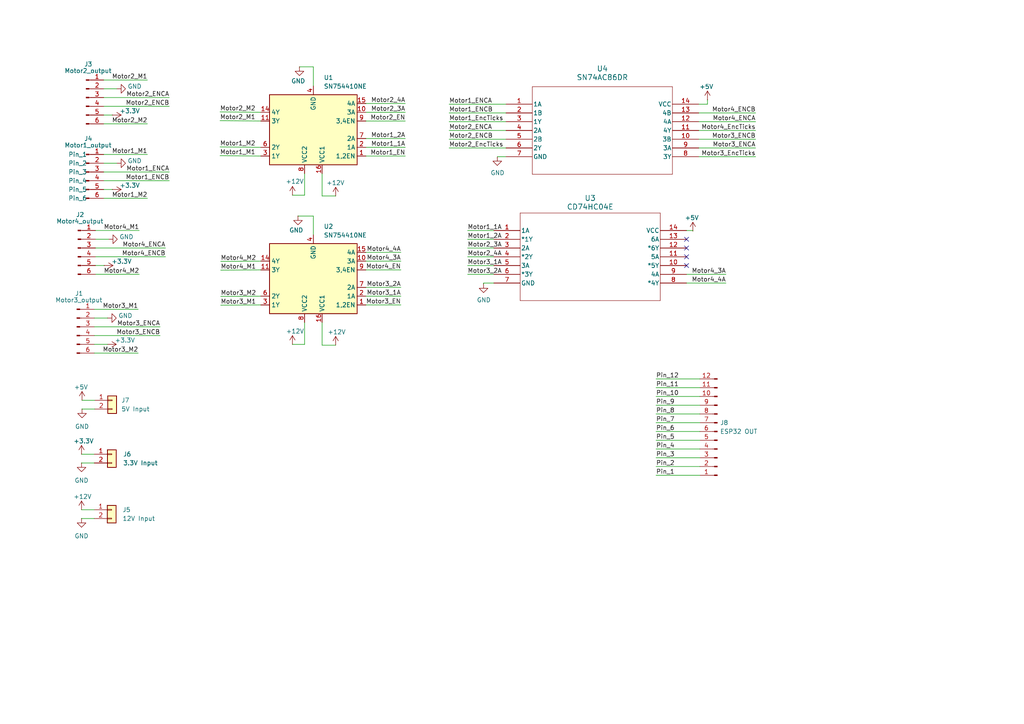
<source format=kicad_sch>
(kicad_sch (version 20231120) (generator "eeschema") (generator_version "8.0")
  (paper "A4")
  (lib_symbols
    (symbol "CD74HC04E:CD74HC04E" (pin_names (offset 0.254))
      (property "Reference" "U" (at 27.94 10.16 0))
      (property "Value" "CD74HC04E" (at 27.94 7.62 0))
      (symbol "CD74HC04E_1_1"
        (polyline (pts (xy 7.62 -20.32) (xy 48.26 -20.32)) (stroke (width 0.127)))
        (polyline (pts (xy 7.62 5.08) (xy 7.62 -20.32)) (stroke (width 0.127)))
        (polyline (pts (xy 48.26 -20.32) (xy 48.26 5.08)) (stroke (width 0.127)))
        (polyline (pts (xy 48.26 5.08) (xy 7.62 5.08)) (stroke (width 0.127)))
        (pin input line (at 0 0 0) (length 7.62) (name "1A") (number "1"))
        (pin output line (at 55.88 -10.16 180) (length 7.62) (name "*5Y") (number "10"))
        (pin input line (at 55.88 -7.62 180) (length 7.62) (name "5A") (number "11"))
        (pin output line (at 55.88 -5.08 180) (length 7.62) (name "*6Y") (number "12"))
        (pin input line (at 55.88 -2.54 180) (length 7.62) (name "6A") (number "13"))
        (pin power_in line (at 55.88 0 180) (length 7.62) (name "VCC") (number "14"))
        (pin output line (at 0 -2.54 0) (length 7.62) (name "*1Y") (number "2"))
        (pin input line (at 0 -5.08 0) (length 7.62) (name "2A") (number "3"))
        (pin output line (at 0 -7.62 0) (length 7.62) (name "*2Y") (number "4"))
        (pin input line (at 0 -10.16 0) (length 7.62) (name "3A") (number "5"))
        (pin output line (at 0 -12.7 0) (length 7.62) (name "*3Y") (number "6"))
        (pin power_in line (at 0 -15.24 0) (length 7.62) (name "GND") (number "7"))
        (pin output line (at 55.88 -15.24 180) (length 7.62) (name "*4Y") (number "8"))
        (pin input line (at 55.88 -12.7 180) (length 7.62) (name "4A") (number "9"))
      )
    )
    (symbol "Conn_01x06_Pin_1" (pin_names (offset 1.016))
      (property "Reference" "J" (at 0 7.62 0))
      (property "Value" "Conn_01x06_Pin" (at 0 -10.16 0))
      (symbol "Conn_01x06_Pin_1_1_1"
        (polyline (pts (xy 1.27 -7.62) (xy 0.8636 -7.62)) (stroke (width 0.1524)))
        (polyline (pts (xy 1.27 -5.08) (xy 0.8636 -5.08)) (stroke (width 0.1524)))
        (polyline (pts (xy 1.27 -2.54) (xy 0.8636 -2.54)) (stroke (width 0.1524)))
        (polyline (pts (xy 1.27 0) (xy 0.8636 0)) (stroke (width 0.1524)))
        (polyline (pts (xy 1.27 2.54) (xy 0.8636 2.54)) (stroke (width 0.1524)))
        (polyline (pts (xy 1.27 5.08) (xy 0.8636 5.08)) (stroke (width 0.1524)))
        (rectangle (start 0.8636 -7.493) (end 0 -7.747) (stroke (width 0.1524)) (fill (type outline)))
        (rectangle (start 0.8636 -4.953) (end 0 -5.207) (stroke (width 0.1524)) (fill (type outline)))
        (rectangle (start 0.8636 -2.413) (end 0 -2.667) (stroke (width 0.1524)) (fill (type outline)))
        (rectangle (start 0.8636 0.127) (end 0 -0.127) (stroke (width 0.1524)) (fill (type outline)))
        (rectangle (start 0.8636 2.667) (end 0 2.413) (stroke (width 0.1524)) (fill (type outline)))
        (rectangle (start 0.8636 5.207) (end 0 4.953) (stroke (width 0.1524)) (fill (type outline)))
        (pin passive line (at 5.08 5.08 180) (length 3.81) (name "Pin_1") (number "1"))
        (pin passive line (at 5.08 2.54 180) (length 3.81) (name "Pin_2") (number "2"))
        (pin passive line (at 5.08 0 180) (length 3.81) (name "Pin_3") (number "3"))
        (pin passive line (at 5.08 -2.54 180) (length 3.81) (name "Pin_4") (number "4"))
        (pin passive line (at 5.08 -5.08 180) (length 3.81) (name "Pin_5") (number "5"))
        (pin passive line (at 5.08 -7.62 180) (length 3.81) (name "Pin_6") (number "6"))
      )
    )
    (symbol "Connector:Conn_01x06_Pin" (pin_names (offset 1.016) hide)
      (property "Reference" "J" (at 0 7.62 0))
      (property "Value" "Conn_01x06_Pin" (at 0 -10.16 0))
      (symbol "Conn_01x06_Pin_1_1"
        (polyline (pts (xy 1.27 -7.62) (xy 0.8636 -7.62)) (stroke (width 0.1524)))
        (polyline (pts (xy 1.27 -5.08) (xy 0.8636 -5.08)) (stroke (width 0.1524)))
        (polyline (pts (xy 1.27 -2.54) (xy 0.8636 -2.54)) (stroke (width 0.1524)))
        (polyline (pts (xy 1.27 0) (xy 0.8636 0)) (stroke (width 0.1524)))
        (polyline (pts (xy 1.27 2.54) (xy 0.8636 2.54)) (stroke (width 0.1524)))
        (polyline (pts (xy 1.27 5.08) (xy 0.8636 5.08)) (stroke (width 0.1524)))
        (rectangle (start 0.8636 -7.493) (end 0 -7.747) (stroke (width 0.1524)) (fill (type outline)))
        (rectangle (start 0.8636 -4.953) (end 0 -5.207) (stroke (width 0.1524)) (fill (type outline)))
        (rectangle (start 0.8636 -2.413) (end 0 -2.667) (stroke (width 0.1524)) (fill (type outline)))
        (rectangle (start 0.8636 0.127) (end 0 -0.127) (stroke (width 0.1524)) (fill (type outline)))
        (rectangle (start 0.8636 2.667) (end 0 2.413) (stroke (width 0.1524)) (fill (type outline)))
        (rectangle (start 0.8636 5.207) (end 0 4.953) (stroke (width 0.1524)) (fill (type outline)))
        (pin passive line (at 5.08 5.08 180) (length 3.81) (name "Pin_1") (number "1"))
        (pin passive line (at 5.08 2.54 180) (length 3.81) (name "Pin_2") (number "2"))
        (pin passive line (at 5.08 0 180) (length 3.81) (name "Pin_3") (number "3"))
        (pin passive line (at 5.08 -2.54 180) (length 3.81) (name "Pin_4") (number "4"))
        (pin passive line (at 5.08 -5.08 180) (length 3.81) (name "Pin_5") (number "5"))
        (pin passive line (at 5.08 -7.62 180) (length 3.81) (name "Pin_6") (number "6"))
      )
    )
    (symbol "Connector:Conn_01x12_Pin" (pin_names (offset 1.016) hide)
      (property "Reference" "J" (at 0 15.24 0))
      (property "Value" "Conn_01x12_Pin" (at 0 -17.78 0))
      (symbol "Conn_01x12_Pin_1_1"
        (polyline (pts (xy 1.27 -15.24) (xy 0.8636 -15.24)) (stroke (width 0.1524)))
        (polyline (pts (xy 1.27 -12.7) (xy 0.8636 -12.7)) (stroke (width 0.1524)))
        (polyline (pts (xy 1.27 -10.16) (xy 0.8636 -10.16)) (stroke (width 0.1524)))
        (polyline (pts (xy 1.27 -7.62) (xy 0.8636 -7.62)) (stroke (width 0.1524)))
        (polyline (pts (xy 1.27 -5.08) (xy 0.8636 -5.08)) (stroke (width 0.1524)))
        (polyline (pts (xy 1.27 -2.54) (xy 0.8636 -2.54)) (stroke (width 0.1524)))
        (polyline (pts (xy 1.27 0) (xy 0.8636 0)) (stroke (width 0.1524)))
        (polyline (pts (xy 1.27 2.54) (xy 0.8636 2.54)) (stroke (width 0.1524)))
        (polyline (pts (xy 1.27 5.08) (xy 0.8636 5.08)) (stroke (width 0.1524)))
        (polyline (pts (xy 1.27 7.62) (xy 0.8636 7.62)) (stroke (width 0.1524)))
        (polyline (pts (xy 1.27 10.16) (xy 0.8636 10.16)) (stroke (width 0.1524)))
        (polyline (pts (xy 1.27 12.7) (xy 0.8636 12.7)) (stroke (width 0.1524)))
        (rectangle (start 0.8636 -15.113) (end 0 -15.367) (stroke (width 0.1524)) (fill (type outline)))
        (rectangle (start 0.8636 -12.573) (end 0 -12.827) (stroke (width 0.1524)) (fill (type outline)))
        (rectangle (start 0.8636 -10.033) (end 0 -10.287) (stroke (width 0.1524)) (fill (type outline)))
        (rectangle (start 0.8636 -7.493) (end 0 -7.747) (stroke (width 0.1524)) (fill (type outline)))
        (rectangle (start 0.8636 -4.953) (end 0 -5.207) (stroke (width 0.1524)) (fill (type outline)))
        (rectangle (start 0.8636 -2.413) (end 0 -2.667) (stroke (width 0.1524)) (fill (type outline)))
        (rectangle (start 0.8636 0.127) (end 0 -0.127) (stroke (width 0.1524)) (fill (type outline)))
        (rectangle (start 0.8636 2.667) (end 0 2.413) (stroke (width 0.1524)) (fill (type outline)))
        (rectangle (start 0.8636 5.207) (end 0 4.953) (stroke (width 0.1524)) (fill (type outline)))
        (rectangle (start 0.8636 7.747) (end 0 7.493) (stroke (width 0.1524)) (fill (type outline)))
        (rectangle (start 0.8636 10.287) (end 0 10.033) (stroke (width 0.1524)) (fill (type outline)))
        (rectangle (start 0.8636 12.827) (end 0 12.573) (stroke (width 0.1524)) (fill (type outline)))
        (pin passive line (at 5.08 12.7 180) (length 3.81) (name "Pin_1") (number "1"))
        (pin passive line (at 5.08 -10.16 180) (length 3.81) (name "Pin_10") (number "10"))
        (pin passive line (at 5.08 -12.7 180) (length 3.81) (name "Pin_11") (number "11"))
        (pin passive line (at 5.08 -15.24 180) (length 3.81) (name "Pin_12") (number "12"))
        (pin passive line (at 5.08 10.16 180) (length 3.81) (name "Pin_2") (number "2"))
        (pin passive line (at 5.08 7.62 180) (length 3.81) (name "Pin_3") (number "3"))
        (pin passive line (at 5.08 5.08 180) (length 3.81) (name "Pin_4") (number "4"))
        (pin passive line (at 5.08 2.54 180) (length 3.81) (name "Pin_5") (number "5"))
        (pin passive line (at 5.08 0 180) (length 3.81) (name "Pin_6") (number "6"))
        (pin passive line (at 5.08 -2.54 180) (length 3.81) (name "Pin_7") (number "7"))
        (pin passive line (at 5.08 -5.08 180) (length 3.81) (name "Pin_8") (number "8"))
        (pin passive line (at 5.08 -7.62 180) (length 3.81) (name "Pin_9") (number "9"))
      )
    )
    (symbol "Connector_Generic:Conn_01x02" (pin_names (offset 1.016) hide)
      (property "Reference" "J" (at 0 2.54 0))
      (property "Value" "Conn_01x02" (at 0 -5.08 0))
      (symbol "Conn_01x02_1_1"
        (rectangle (start -1.27 -2.413) (end 0 -2.667) (stroke (width 0.1524)))
        (rectangle (start -1.27 0.127) (end 0 -0.127) (stroke (width 0.1524)))
        (rectangle (start -1.27 1.27) (end 1.27 -3.81) (stroke (width 0.254)) (fill (type background)))
        (pin passive line (at -5.08 0 0) (length 3.81) (name "Pin_1") (number "1"))
        (pin passive line (at -5.08 -2.54 0) (length 3.81) (name "Pin_2") (number "2"))
      )
    )
    (symbol "Driver_Motor:SN754410NE"
      (property "Reference" "U" (at -10.16 17.78 0))
      (property "Value" "SN754410NE" (at -7.62 15.24 0))
      (symbol "SN754410NE_0_1"
        (rectangle (start -12.7 10.16) (end 12.7 -10.16) (stroke (width 0.254)) (fill (type background)))
      )
      (symbol "SN754410NE_1_1"
        (pin input line (at -15.24 7.62 0) (length 2.54) (name "1,2EN") (number "1"))
        (pin input line (at -15.24 -5.08 0) (length 2.54) (name "3A") (number "10"))
        (pin output line (at 15.24 -2.54 180) (length 2.54) (name "3Y") (number "11"))
        (pin passive line (at 0 -12.7 90) (length 2.54) hide (name "GND") (number "12"))
        (pin passive line (at 0 -12.7 90) (length 2.54) hide (name "GND") (number "13"))
        (pin output line (at 15.24 -5.08 180) (length 2.54) (name "4Y") (number "14"))
        (pin input line (at -15.24 -7.62 0) (length 2.54) (name "4A") (number "15"))
        (pin power_in line (at -2.54 12.7 270) (length 2.54) (name "VCC1") (number "16"))
        (pin input line (at -15.24 5.08 0) (length 2.54) (name "1A") (number "2"))
        (pin output line (at 15.24 7.62 180) (length 2.54) (name "1Y") (number "3"))
        (pin power_in line (at 0 -12.7 90) (length 2.54) (name "GND") (number "4"))
        (pin passive line (at 0 -12.7 90) (length 2.54) hide (name "GND") (number "5"))
        (pin output line (at 15.24 5.08 180) (length 2.54) (name "2Y") (number "6"))
        (pin input line (at -15.24 2.54 0) (length 2.54) (name "2A") (number "7"))
        (pin power_in line (at 2.54 12.7 270) (length 2.54) (name "VCC2") (number "8"))
        (pin input line (at -15.24 -2.54 0) (length 2.54) (name "3,4EN") (number "9"))
      )
    )
    (symbol "SN74AC86DR:SN74AC86DR" (pin_names (offset 0.254))
      (property "Reference" "U" (at 27.94 10.16 0))
      (property "Value" "SN74AC86DR" (at 27.94 7.62 0))
      (symbol "SN74AC86DR_0_1"
        (polyline (pts (xy 7.62 -20.32) (xy 48.26 -20.32)) (stroke (width 0.127)))
        (polyline (pts (xy 7.62 5.08) (xy 7.62 -20.32)) (stroke (width 0.127)))
        (polyline (pts (xy 48.26 -20.32) (xy 48.26 5.08)) (stroke (width 0.127)))
        (polyline (pts (xy 48.26 5.08) (xy 7.62 5.08)) (stroke (width 0.127)))
        (pin input line (at 0 0 0) (length 7.62) (name "1A") (number "1"))
        (pin input line (at 55.88 -10.16 180) (length 7.62) (name "3B") (number "10"))
        (pin output line (at 55.88 -7.62 180) (length 7.62) (name "4Y") (number "11"))
        (pin input line (at 55.88 -5.08 180) (length 7.62) (name "4A") (number "12"))
        (pin input line (at 55.88 -2.54 180) (length 7.62) (name "4B") (number "13"))
        (pin power_in line (at 55.88 0 180) (length 7.62) (name "VCC") (number "14"))
        (pin input line (at 0 -2.54 0) (length 7.62) (name "1B") (number "2"))
        (pin output line (at 0 -5.08 0) (length 7.62) (name "1Y") (number "3"))
        (pin input line (at 0 -7.62 0) (length 7.62) (name "2A") (number "4"))
        (pin input line (at 0 -10.16 0) (length 7.62) (name "2B") (number "5"))
        (pin output line (at 0 -12.7 0) (length 7.62) (name "2Y") (number "6"))
        (pin power_in line (at 0 -15.24 0) (length 7.62) (name "GND") (number "7"))
        (pin output line (at 55.88 -15.24 180) (length 7.62) (name "3Y") (number "8"))
        (pin input line (at 55.88 -12.7 180) (length 7.62) (name "3A") (number "9"))
      )
    )
    (symbol "power:+3.3V" (power) (pin_numbers hide) (pin_names (offset 0) hide)
      (property "Value" "+3.3V" (at 0 3.556 0))
      (symbol "+3.3V_0_1"
        (polyline (pts (xy -0.762 1.27) (xy 0 2.54)))
        (polyline (pts (xy 0 0) (xy 0 2.54)))
        (polyline (pts (xy 0 2.54) (xy 0.762 1.27)))
      )
      (symbol "+3.3V_1_1"
        (pin power_in line (at 0 0 90) (length 0) (name "~") (number "1"))
      )
    )
    (symbol "power:GND" (power) (pin_numbers hide) (pin_names (offset 0) hide)
      (property "Value" "GND" (at 0 -3.81 0))
      (symbol "GND_0_1"
        (polyline (pts (xy 0 0) (xy 0 -1.27) (xy 1.27 -1.27) (xy 0 -2.54) (xy -1.27 -1.27) (xy 0 -1.27)))
      )
      (symbol "GND_1_1"
        (pin power_in line (at 0 0 270) (length 0) (name "~") (number "1"))
      )
    )
  )
  (no_connect (at 199.1238 69.4043))
  (no_connect (at 199.1238 74.4843))
  (no_connect (at 199.1238 77.0243))
  (no_connect (at 199.1238 71.9443))
  (wire (pts (xy 93.4233 56.8386) (xy 97.3638 56.8386)))
  (wire (pts (xy 210.5538 79.5643) (xy 199.1238 79.5643)))
  (wire (pts (xy 190.2814 125.1499) (xy 202.9814 125.1499)))
  (wire (pts (xy 27.3833 94.7919) (xy 46.4333 94.7919)))
  (wire (pts (xy 190.2814 109.9099) (xy 202.9814 109.9099)))
  (wire (pts (xy 64.0055 88.5105) (xy 75.6433 88.4419)))
  (wire (pts (xy 23.6479 147.8575) (xy 27.3086 147.8575)))
  (wire (pts (xy 93.4233 93.5219) (xy 93.4233 100.1169)))
  (wire (pts (xy 117.5533 40.1819) (xy 106.1233 40.1819)))
  (wire (pts (xy 116.2833 75.7419) (xy 106.1233 75.7419)))
  (wire (pts (xy 88.3433 99.8931) (xy 84.819 99.8931)))
  (wire (pts (xy 210.5538 82.1043) (xy 199.1238 82.1043)))
  (wire (pts (xy 117.5533 35.1019) (xy 106.1233 35.1019)))
  (wire (pts (xy 130.2656 30.2189) (xy 146.7756 30.2189)))
  (wire (pts (xy 86.4261 62.6693) (xy 90.8833 62.6693)))
  (wire (pts (xy 190.2814 120.0699) (xy 202.9814 120.0699)))
  (wire (pts (xy 32.5961 54.9634) (xy 30.0561 54.9634)))
  (wire (pts (xy 135.6238 74.4843) (xy 143.2438 74.4843)))
  (wire (pts (xy 86.8567 19.3897) (xy 90.8833 19.3897)))
  (wire (pts (xy 27.3833 102.4119) (xy 40.0833 102.4119)))
  (wire (pts (xy 130.2656 42.9189) (xy 146.7756 42.9189)))
  (wire (pts (xy 130.2656 35.2989) (xy 146.7756 35.2989)))
  (wire (pts (xy 190.2814 135.3099) (xy 202.9814 135.3099)))
  (wire (pts (xy 23.6479 150.3975) (xy 23.6479 150.3955)))
  (wire (pts (xy 63.8158 32.4569) (xy 75.6433 32.5619)))
  (wire (pts (xy 63.8158 42.6169) (xy 75.6433 42.7219)))
  (wire (pts (xy 27.3086 150.3975) (xy 23.6479 150.3975)))
  (wire (pts (xy 23.7935 116.1049) (xy 27.4542 116.1049)))
  (wire (pts (xy 190.2814 137.8499) (xy 202.9814 137.8499)))
  (wire (pts (xy 144.2356 45.4589) (xy 146.7756 45.4589)))
  (wire (pts (xy 135.6238 77.0243) (xy 143.2438 77.0243)))
  (wire (pts (xy 116.2833 88.4419) (xy 106.1233 88.4419)))
  (wire (pts (xy 63.8158 45.1569) (xy 75.6433 45.2619)))
  (wire (pts (xy 190.2814 122.6099) (xy 202.9814 122.6099)))
  (wire (pts (xy 117.5533 42.7219) (xy 106.1233 42.7219)))
  (wire (pts (xy 84.8293 56.6148) (xy 88.3433 56.6148)))
  (wire (pts (xy 202.6556 30.2189) (xy 205.1956 30.2189)))
  (wire (pts (xy 200.9564 66.8643) (xy 200.9564 66.9941)))
  (wire (pts (xy 190.2814 130.2299) (xy 202.9814 130.2299)))
  (wire (pts (xy 219.1656 37.8389) (xy 202.6556 37.8389)))
  (wire (pts (xy 116.2833 78.2819) (xy 106.1233 78.2819)))
  (wire (pts (xy 64.0055 75.8105) (xy 75.6433 75.7419)))
  (wire (pts (xy 130.2656 40.3789) (xy 146.7756 40.3789)))
  (wire (pts (xy 27.6868 69.3895) (xy 31.4968 69.3895)))
  (wire (pts (xy 202.6556 35.2989) (xy 219.1656 35.2989)))
  (wire (pts (xy 30.0561 28.2934) (xy 49.1061 28.2934)))
  (wire (pts (xy 31.1933 99.8719) (xy 27.3833 99.8719)))
  (wire (pts (xy 90.8833 19.3897) (xy 90.8833 24.9419)))
  (wire (pts (xy 90.8833 62.6693) (xy 90.8833 68.1219)))
  (wire (pts (xy 30.0561 35.9134) (xy 42.7561 35.9134)))
  (wire (pts (xy 30.0561 52.4234) (xy 49.1061 52.4234)))
  (wire (pts (xy 23.6479 134.2858) (xy 23.6479 134.2809)))
  (wire (pts (xy 219.1656 45.4589) (xy 202.6556 45.4589)))
  (wire (pts (xy 27.3833 92.2519) (xy 31.1933 92.2519)))
  (wire (pts (xy 27.6868 79.5495) (xy 40.3868 79.5495)))
  (wire (pts (xy 93.4233 50.3419) (xy 93.4233 56.8386)))
  (wire (pts (xy 42.7561 23.2134) (xy 30.0561 23.2134)))
  (wire (pts (xy 88.3433 56.6148) (xy 88.3433 50.3419)))
  (wire (pts (xy 143.2438 82.1043) (xy 140.2503 82.1043)))
  (wire (pts (xy 202.6556 32.7589) (xy 219.1656 32.7589)))
  (wire (pts (xy 116.2833 85.9019) (xy 106.1233 85.9019)))
  (wire (pts (xy 23.7935 118.6449) (xy 23.7935 118.6429)))
  (wire (pts (xy 117.5533 30.0219) (xy 106.1233 30.0219)))
  (wire (pts (xy 130.2656 37.8389) (xy 146.7756 37.8389)))
  (wire (pts (xy 205.1956 30.2189) (xy 205.1956 28.9489)))
  (wire (pts (xy 88.3433 93.5219) (xy 88.3433 99.8931)))
  (wire (pts (xy 140.2503 82.1043) (xy 140.2503 82.3364)))
  (wire (pts (xy 130.2656 32.7589) (xy 146.7756 32.7589)))
  (wire (pts (xy 27.4542 118.6449) (xy 23.7935 118.6449)))
  (wire (pts (xy 30.0561 25.7534) (xy 33.8661 25.7534)))
  (wire (pts (xy 190.2814 132.7699) (xy 202.9814 132.7699)))
  (wire (pts (xy 135.6238 71.9443) (xy 143.2438 71.9443)))
  (wire (pts (xy 135.6238 79.5643) (xy 143.2438 79.5643)))
  (wire (pts (xy 190.2814 112.4499) (xy 202.9814 112.4499)))
  (wire (pts (xy 23.6479 131.7458) (xy 23.6479 131.7429)))
  (wire (pts (xy 27.3833 97.3319) (xy 46.4333 97.3319)))
  (wire (pts (xy 190.2814 117.5299) (xy 202.9814 117.5299)))
  (wire (pts (xy 42.7561 44.8034) (xy 30.0561 44.8034)))
  (wire (pts (xy 116.2833 83.3619) (xy 106.1233 83.3619)))
  (wire (pts (xy 219.1656 40.3789) (xy 202.6556 40.3789)))
  (wire (pts (xy 199.1238 66.8643) (xy 200.9564 66.8643)))
  (wire (pts (xy 30.0561 49.8834) (xy 49.1061 49.8834)))
  (wire (pts (xy 135.6238 69.4043) (xy 143.2438 69.4043)))
  (wire (pts (xy 117.5533 45.2619) (xy 106.1233 45.2619)))
  (wire (pts (xy 117.5533 32.5619) (xy 106.1233 32.5619)))
  (wire (pts (xy 64.0055 85.9705) (xy 75.6433 85.9019)))
  (wire (pts (xy 30.0561 47.3434) (xy 33.8661 47.3434)))
  (wire (pts (xy 27.6868 71.9295) (xy 48.0068 71.9295)))
  (wire (pts (xy 116.2833 73.2019) (xy 106.1233 73.2019)))
  (wire (pts (xy 27.3517 134.2858) (xy 23.6479 134.2858)))
  (wire (pts (xy 64.0055 78.3505) (xy 75.6433 78.2819)))
  (wire (pts (xy 93.4233 100.1169) (xy 97.3535 100.1169)))
  (wire (pts (xy 135.6238 66.8643) (xy 143.2438 66.8643)))
  (wire (pts (xy 27.3517 131.7458) (xy 23.6479 131.7458)))
  (wire (pts (xy 40.0833 89.7119) (xy 27.3833 89.7119)))
  (wire (pts (xy 40.3868 66.8495) (xy 27.6868 66.8495)))
  (wire (pts (xy 219.1656 42.9189) (xy 202.6556 42.9189)))
  (wire (pts (xy 190.2814 127.6899) (xy 202.9814 127.6899)))
  (wire (pts (xy 30.2268 77.0095) (xy 27.6868 77.0095)))
  (wire (pts (xy 27.6868 74.4695) (xy 48.0068 74.4695)))
  (wire (pts (xy 63.8158 34.9969) (xy 75.6433 35.1019)))
  (wire (pts (xy 32.5961 33.3734) (xy 30.0561 33.3734)))
  (wire (pts (xy 30.0561 57.5034) (xy 42.7561 57.5034)))
  (wire (pts (xy 30.0561 30.8334) (xy 49.1061 30.8334)))
  (wire (pts (xy 190.2814 114.9899) (xy 202.9814 114.9899)))
  (label "Motor2_EncTicks" (at 130.2656 42.9189 0))
  (label "Motor3_EncTicks" (at 219.1656 45.4589 180))
  (label "Motor4_M1" (at 40.3868 66.8495 180))
  (label "Motor4_4A" (at 116.2833 73.2019 180))
  (label "Motor3_M1" (at 64.0055 88.5105 0))
  (label "Motor2_M2" (at 63.8158 32.4569 0))
  (label "Motor1_M1" (at 42.7561 44.8034 180))
  (label "Motor4_M2" (at 40.3868 79.5495 180))
  (label "Motor3_ENCA" (at 46.4333 94.7919 180))
  (label "Motor4_ENCA" (at 219.1656 35.2989 180))
  (label "Pin_12" (at 190.2814 109.9099 0))
  (label "Motor2_4A" (at 117.5533 30.0219 180))
  (label "Motor2_3A" (at 117.5533 32.5619 180))
  (label "Motor3_1A" (at 116.2833 85.9019 180))
  (label "Motor2_M1" (at 42.7561 23.2134 180))
  (label "Motor3_2A" (at 135.6238 79.5643 0))
  (label "Motor2_4A" (at 135.6238 74.4843 0))
  (label "Motor3_2A" (at 116.2833 83.3619 180))
  (label "Motor1_M1" (at 63.8158 45.1569 0))
  (label "Motor2_ENCA" (at 130.2656 37.8389 0))
  (label "Motor1_1A" (at 117.5533 42.7219 180))
  (label "Pin_1" (at 190.2814 137.8499 0))
  (label "Motor3_ENCA" (at 219.1656 42.9189 180))
  (label "Motor1_EncTicks" (at 130.2656 35.2989 0))
  (label "Motor4_EncTicks" (at 219.1656 37.8389 180))
  (label "Motor1_2A" (at 135.6238 69.4043 0))
  (label "Pin_4" (at 190.2814 130.2299 0))
  (label "Pin_9" (at 190.2814 117.5299 0))
  (label "Motor2_ENCB" (at 49.1061 30.8334 180))
  (label "Motor2_3A" (at 135.6238 71.9443 0))
  (label "Motor1_ENCA" (at 49.1061 49.8834 180))
  (label "Pin_10" (at 190.2814 114.9899 0))
  (label "Motor4_ENCA" (at 48.0068 71.9295 180))
  (label "Motor4_M1" (at 64.0055 78.3505 0))
  (label "Motor1_ENCB" (at 49.1061 52.4234 180))
  (label "Motor3_ENCB" (at 219.1656 40.3789 180))
  (label "Motor1_M2" (at 42.7561 57.5034 180))
  (label "Motor2_EN" (at 117.5533 35.1019 180))
  (label "Motor2_M1" (at 63.8158 34.9969 0))
  (label "Pin_6" (at 190.2814 125.1499 0))
  (label "Motor1_ENCA" (at 130.2656 30.2189 0))
  (label "Motor1_M2" (at 63.8158 42.6169 0))
  (label "Pin_11" (at 190.2814 112.4499 0))
  (label "Pin_2" (at 190.2814 135.3099 0))
  (label "Motor2_ENCA" (at 49.1061 28.2934 180))
  (label "Motor3_M1" (at 40.0833 89.7119 180))
  (label "Motor4_M2" (at 64.0055 75.8105 0))
  (label "Pin_5" (at 190.2814 127.6899 0))
  (label "Motor3_M2" (at 40.0833 102.4119 180))
  (label "Motor4_ENCB" (at 48.0068 74.4695 180))
  (label "Motor4_4A" (at 210.5538 82.1043 180))
  (label "Motor1_ENCB" (at 130.2656 32.7589 0))
  (label "Motor1_1A" (at 135.6238 66.8643 0))
  (label "Motor4_ENCB" (at 219.1656 32.7589 180))
  (label "Pin_7" (at 190.2814 122.6099 0))
  (label "Motor3_EN" (at 116.2833 88.4419 180))
  (label "Motor3_ENCB" (at 46.4333 97.3319 180))
  (label "Motor4_3A" (at 116.2833 75.7419 180))
  (label "Motor3_M2" (at 64.0055 85.9705 0))
  (label "Motor1_EN" (at 117.5533 45.2619 180))
  (label "Pin_8" (at 190.2814 120.0699 0))
  (label "Motor1_2A" (at 117.5533 40.1819 180))
  (label "Motor2_ENCB" (at 130.2656 40.3789 0))
  (label "Motor3_1A" (at 135.6238 77.0243 0))
  (label "Motor4_3A" (at 210.5538 79.5643 180))
  (label "Pin_3" (at 190.2814 132.7699 0))
  (label "Motor2_M2" (at 42.7561 35.9134 180))
  (label "Motor4_EN" (at 116.2833 78.2819 180))
  (symbol (lib_id "Connector:Conn_01x12_Pin") (at 208.0614 125.1499 180) (unit 1)
    (property "Reference" "J8" (at 208.8501 122.6098 0) (effects (justify right)))
    (property "Value" "ESP32 OUT" (at 208.8501 125.1498 0) (effects (justify right)))
    (property "Description" "Generic connector, single row, 01x12, script generated" (effects (hide yes)))
  )
  (symbol (lib_id "power:GND") (at 23.6479 134.2809 0) (unit 1)
    (property "Reference" "#PWR02" (effects (hide yes)))
    (property "Value" "GND" (at 23.6479 139.3462 0))
    (property "Description" "Power symbol creates a global label with name \"GND\" , ground" (effects (hide yes)))
  )
  (symbol (lib_id "power:+3.3V") (at 31.1933 99.8719 270) (unit 1)
    (property "Reference" "#PWR09" (effects (hide yes)))
    (property "Value" "+3.3V" (at 33.2776 98.6838 90) (effects (justify left)))
    (property "Description" "Power symbol creates a global label with name \"+3.3V\"" (effects (hide yes)))
  )
  (symbol (lib_id "power:GND") (at 23.6479 150.3955 0) (unit 1)
    (property "Reference" "#PWR04" (effects (hide yes)))
    (property "Value" "GND" (at 23.6479 155.4608 0))
    (property "Description" "Power symbol creates a global label with name \"GND\" , ground" (effects (hide yes)))
  )
  (symbol (lib_id "Connector_Generic:Conn_01x02") (at 32.4317 131.7458 0) (unit 1)
    (property "Reference" "J6" (at 35.6877 131.7457 0) (effects (justify left)))
    (property "Value" "3.3V Input" (at 35.6877 134.2857 0) (effects (justify left)))
    (property "Footprint" "Connector_AMASS:AMASS_XT30PW-M_1x02_P2.50mm_Horizontal" (effects (hide yes)))
    (property "Description" "Generic connector, single row, 01x02, script generated (kicad-library-utils/schlib/autogen/connector/)" (effects (hide yes)))
  )
  (symbol (lib_id "power:+3.3V") (at 30.2268 77.0095 270) (unit 1)
    (property "Reference" "#PWR07" (effects (hide yes)))
    (property "Value" "+3.3V" (at 32.3111 75.8214 90) (effects (justify left)))
    (property "Description" "Power symbol creates a global label with name \"+3.3V\"" (effects (hide yes)))
  )
  (symbol (lib_id "power:+3.3V") (at 84.8293 56.6148 0) (unit 1)
    (property "Reference" "#PWR016" (effects (hide yes)))
    (property "Value" "+12V" (at 82.8434 52.6268 0) (effects (justify left)))
    (property "Description" "Power symbol creates a global label with name \"+3.3V\"" (effects (hide yes)))
  )
  (symbol (lib_id "power:+3.3V") (at 23.7935 116.1049 0) (unit 1)
    (property "Reference" "#PWR05" (effects (hide yes)))
    (property "Value" "+5V" (at 21.4432 112.2861 0) (effects (justify left)))
    (property "Description" "Power symbol creates a global label with name \"+3.3V\"" (effects (hide yes)))
  )
  (symbol (lib_id "power:GND") (at 31.1933 92.2519 90) (unit 1)
    (property "Reference" "#PWR08" (effects (hide yes)))
    (property "Value" "GND" (at 34.3275 91.5556 90) (effects (justify right)))
    (property "Description" "Power symbol creates a global label with name \"GND\" , ground" (effects (hide yes)))
  )
  (symbol (lib_id "power:GND") (at 23.7935 118.6429 0) (unit 1)
    (property "Reference" "#PWR06" (effects (hide yes)))
    (property "Value" "GND" (at 23.7935 123.7082 0))
    (property "Description" "Power symbol creates a global label with name \"GND\" , ground" (effects (hide yes)))
  )
  (symbol (lib_name "Conn_01x06_Pin_1") (lib_id "Connector:Conn_01x06_Pin") (at 24.9761 49.8834 0) (unit 1)
    (property "Reference" "J4" (at 25.6111 40.2113 0))
    (property "Value" "Motor1_output" (at 25.5497 42.1184 0))
    (property "Footprint" "Connector_JST:JST_PH_B6B-PH-K_1x06_P2.00mm_Vertical" (effects (hide yes)))
    (property "Description" "Generic connector, single row, 01x06, script generated" (effects (hide yes)))
  )
  (symbol (lib_id "Connector_Generic:Conn_01x02") (at 32.3886 147.8575 0) (unit 1)
    (property "Reference" "J5" (at 35.5103 147.8574 0) (effects (justify left)))
    (property "Value" "12V Input" (at 35.5103 150.3974 0) (effects (justify left)))
    (property "Footprint" "Connector_AMASS:AMASS_XT60PW-M_1x02_P7.20mm_Horizontal" (effects (hide yes)))
    (property "Description" "Generic connector, single row, 01x02, script generated (kicad-library-utils/schlib/autogen/connector/)" (effects (hide yes)))
  )
  (symbol (lib_id "power:+3.3V") (at 205.1956 28.9489 0) (unit 1)
    (property "Reference" "#PWR024" (effects (hide yes)))
    (property "Value" "+5V" (at 202.8453 25.1301 0) (effects (justify left)))
    (property "Description" "Power symbol creates a global label with name \"+3.3V\"" (effects (hide yes)))
  )
  (symbol (lib_id "power:GND") (at 33.8661 47.3434 90) (unit 1)
    (property "Reference" "#PWR014" (effects (hide yes)))
    (property "Value" "GND" (at 37.0003 46.6471 90) (effects (justify right)))
    (property "Description" "Power symbol creates a global label with name \"GND\" , ground" (effects (hide yes)))
  )
  (symbol (lib_id "power:+3.3V") (at 32.5961 54.9634 270) (unit 1)
    (property "Reference" "#PWR012" (effects (hide yes)))
    (property "Value" "+3.3V" (at 34.6804 53.7753 90) (effects (justify left)))
    (property "Description" "Power symbol creates a global label with name \"+3.3V\"" (effects (hide yes)))
  )
  (symbol (lib_id "power:GND") (at 144.2356 45.4589 0) (unit 1)
    (property "Reference" "#PWR022" (effects (hide yes)))
    (property "Value" "GND" (at 146.3516 50.1318 0) (effects (justify right)))
    (property "Description" "Power symbol creates a global label with name \"GND\" , ground" (effects (hide yes)))
  )
  (symbol (lib_id "power:+3.3V") (at 84.819 99.8931 0) (unit 1)
    (property "Reference" "#PWR015" (effects (hide yes)))
    (property "Value" "+12V" (at 82.9164 96.0743 0) (effects (justify left)))
    (property "Description" "Power symbol creates a global label with name \"+3.3V\"" (effects (hide yes)))
  )
  (symbol (lib_id "Driver_Motor:SN754410NE") (at 90.8833 37.6419 180) (unit 1)
    (property "Reference" "U1" (at 93.8998 22.5069 0) (effects (justify right)))
    (property "Value" "SN754410NE" (at 93.8998 25.0469 0) (effects (justify right)))
    (property "Footprint" "Package_DIP:DIP-16_W7.62mm" (effects (hide yes)))
    (property "Datasheet" "https://www.ti.com/lit/ds/symlink/sn754410.pdf" (effects (hide yes)))
    (property "Description" "Quadruple Half-H Driver, DIP-16" (effects (hide yes)))
  )
  (symbol (lib_id "Connector:Conn_01x06_Pin") (at 22.3033 94.7919 0) (unit 1)
    (property "Reference" "J1" (at 22.9383 85.1198 0))
    (property "Value" "Motor3_output" (at 22.8769 87.0269 0))
    (property "Footprint" "Connector_JST:JST_PH_B6B-PH-K_1x06_P2.00mm_Vertical" (effects (hide yes)))
    (property "Description" "Generic connector, single row, 01x06, script generated" (effects (hide yes)))
  )
  (symbol (lib_id "power:+3.3V") (at 23.6479 147.8575 0) (unit 1)
    (property "Reference" "#PWR03" (effects (hide yes)))
    (property "Value" "+12V" (at 21.2976 144.0387 0) (effects (justify left)))
    (property "Description" "Power symbol creates a global label with name \"+3.3V\"" (effects (hide yes)))
  )
  (symbol (lib_id "Connector_Generic:Conn_01x02") (at 32.5342 116.1049 0) (unit 1)
    (property "Reference" "J7" (at 35.1647 116.1048 0) (effects (justify left)))
    (property "Value" "5V Input" (at 35.1647 118.6448 0) (effects (justify left)))
    (property "Footprint" "Connector_AMASS:AMASS_XT30PW-M_1x02_P2.50mm_Horizontal" (effects (hide yes)))
    (property "Description" "Generic connector, single row, 01x02, script generated (kicad-library-utils/schlib/autogen/connector/)" (effects (hide yes)))
  )
  (symbol (lib_id "Connector:Conn_01x06_Pin") (at 24.9761 28.2934 0) (unit 1)
    (property "Reference" "J3" (at 25.6111 18.6213 0))
    (property "Value" "Motor2_output" (at 25.5497 20.5284 0))
    (property "Footprint" "Connector_JST:JST_PH_B6B-PH-K_1x06_P2.00mm_Vertical" (effects (hide yes)))
    (property "Description" "Generic connector, single row, 01x06, script generated" (effects (hide yes)))
  )
  (symbol (lib_id "Connector:Conn_01x06_Pin") (at 22.6068 71.9295 0) (unit 1)
    (property "Reference" "J2" (at 23.2418 62.2574 0))
    (property "Value" "Motor4_output" (at 23.1804 64.1645 0))
    (property "Footprint" "Connector_JST:JST_PH_B6B-PH-K_1x06_P2.00mm_Vertical" (effects (hide yes)))
    (property "Description" "Generic connector, single row, 01x06, script generated" (effects (hide yes)))
  )
  (symbol (lib_id "power:+3.3V") (at 97.3535 100.1169 0) (unit 1)
    (property "Reference" "#PWR019" (effects (hide yes)))
    (property "Value" "+12V" (at 95.0032 96.2981 0) (effects (justify left)))
    (property "Description" "Power symbol creates a global label with name \"+3.3V\"" (effects (hide yes)))
  )
  (symbol (lib_id "power:+3.3V") (at 97.3638 56.8386 0) (unit 1)
    (property "Reference" "#PWR020" (effects (hide yes)))
    (property "Value" "+12V" (at 94.6528 53.0325 0) (effects (justify left)))
    (property "Description" "Power symbol creates a global label with name \"+3.3V\"" (effects (hide yes)))
  )
  (symbol (lib_id "power:+3.3V") (at 200.9564 66.9941 0) (unit 1)
    (property "Reference" "#PWR023" (effects (hide yes)))
    (property "Value" "+5V" (at 198.6061 63.1753 0) (effects (justify left)))
    (property "Description" "Power symbol creates a global label with name \"+3.3V\"" (effects (hide yes)))
  )
  (symbol (lib_id "Driver_Motor:SN754410NE") (at 90.8833 80.8219 180) (unit 1)
    (property "Reference" "U2" (at 93.8998 65.6869 0) (effects (justify right)))
    (property "Value" "SN754410NE" (at 93.8998 68.2269 0) (effects (justify right)))
    (property "Footprint" "Package_DIP:DIP-16_W7.62mm" (effects (hide yes)))
    (property "Datasheet" "https://www.ti.com/lit/ds/symlink/sn754410.pdf" (effects (hide yes)))
    (property "Description" "Quadruple Half-H Driver, DIP-16" (effects (hide yes)))
  )
  (symbol (lib_id "power:GND") (at 86.8567 19.3897 0) (unit 1)
    (property "Reference" "#PWR018" (effects (hide yes)))
    (property "Value" "GND" (at 88.5423 23.4926 0) (effects (justify right)))
    (property "Description" "Power symbol creates a global label with name \"GND\" , ground" (effects (hide yes)))
  )
  (symbol (lib_id "power:GND") (at 33.8661 25.7534 90) (unit 1)
    (property "Reference" "#PWR013" (effects (hide yes)))
    (property "Value" "GND" (at 37.0003 25.0571 90) (effects (justify right)))
    (property "Description" "Power symbol creates a global label with name \"GND\" , ground" (effects (hide yes)))
  )
  (symbol (lib_id "power:+3.3V") (at 32.5961 33.3734 270) (unit 1)
    (property "Reference" "#PWR011" (effects (hide yes)))
    (property "Value" "+3.3V" (at 34.6804 32.1853 90) (effects (justify left)))
    (property "Description" "Power symbol creates a global label with name \"+3.3V\"" (effects (hide yes)))
  )
  (symbol (lib_id "CD74HC04E:CD74HC04E") (at 143.2438 66.8643 0) (unit 1)
    (property "Reference" "U3" (at 171.1838 57.4594 0) (effects (font (size 1.524 1.524))))
    (property "Value" "CD74HC04E" (at 171.1838 59.9994 0) (effects (font (size 1.524 1.524))))
    (property "Footprint" "CD74HC04E:N14" (effects (hide yes)))
    (property "Datasheet" "CD74HC04E" (effects (hide yes)))
    (property "Description" "Voltage Inverter" (effects (hide yes)))
  )
  (symbol (lib_id "power:GND") (at 86.4261 62.6693 0) (unit 1)
    (property "Reference" "#PWR017" (effects (hide yes)))
    (property "Value" "GND" (at 87.9667 66.7701 0) (effects (justify right)))
    (property "Description" "Power symbol creates a global label with name \"GND\" , ground" (effects (hide yes)))
  )
  (symbol (lib_id "power:GND") (at 31.4968 69.3895 90) (unit 1)
    (property "Reference" "#PWR010" (effects (hide yes)))
    (property "Value" "GND" (at 34.631 68.6932 90) (effects (justify right)))
    (property "Description" "Power symbol creates a global label with name \"GND\" , ground" (effects (hide yes)))
  )
  (symbol (lib_id "SN74AC86DR:SN74AC86DR") (at 146.7756 30.2189 0) (unit 1)
    (property "Reference" "U4" (at 174.7156 19.9031 0) (effects (font (size 1.524 1.524))))
    (property "Value" "SN74AC86DR" (at 174.7156 22.4431 0) (effects (font (size 1.524 1.524))))
    (property "Footprint" "SN74AC86DR:D14" (effects (hide yes)))
    (property "Datasheet" "SN74AC86DR" (effects (hide yes)))
    (property "Description" "XOR Gate" (effects (hide yes)))
  )
  (symbol (lib_id "power:GND") (at 140.2503 82.3364 0) (unit 1)
    (property "Reference" "#PWR021" (effects (hide yes)))
    (property "Value" "GND" (at 142.3663 87.0093 0) (effects (justify right)))
    (property "Description" "Power symbol creates a global label with name \"GND\" , ground" (effects (hide yes)))
  )
  (symbol (lib_id "power:+3.3V") (at 23.6479 131.7429 0) (unit 1)
    (property "Reference" "#PWR01" (effects (hide yes)))
    (property "Value" "+3.3V" (at 21.2976 127.9241 0) (effects (justify left)))
    (property "Description" "Power symbol creates a global label with name \"+3.3V\"" (effects (hide yes)))
  )
)
</source>
